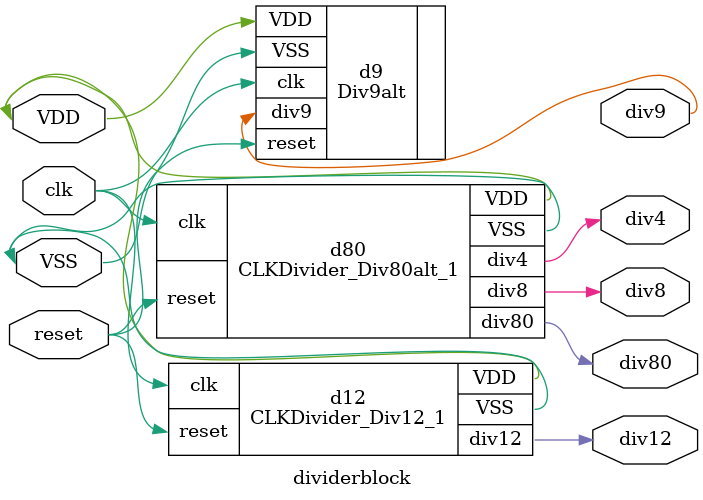
<source format=v>


module CLKDivider_Div12_1 ( reset, clk, div12, VDD, VSS );
  input reset, clk;
  output div12;
  inout VDD,  VSS;
  wire   N0, N1, N2, N3, N4, N5, N6, N7, N8, N9, N10, N11;
  wire   [2:0] count;
  tri   reset;
  tri   clk;

  \**SEQGEN**  div12_reg ( .clear(1'b0), .preset(1'b0), .next_state(N10), 
        .clocked_on(clk), .data_in(1'b0), .enable(1'b0), .Q(div12), 
        .synch_clear(1'b0), .synch_preset(1'b0), .synch_toggle(1'b0), 
        .synch_enable(N9) );
  \**SEQGEN**  count_reg_2_ ( .clear(1'b0), .preset(1'b0), .next_state(N8), 
        .clocked_on(clk), .data_in(1'b0), .enable(1'b0), .Q(count[2]), 
        .synch_clear(1'b0), .synch_preset(1'b0), .synch_toggle(1'b0), 
        .synch_enable(1'b1) );
  \**SEQGEN**  count_reg_1_ ( .clear(1'b0), .preset(1'b0), .next_state(N7), 
        .clocked_on(clk), .data_in(1'b0), .enable(1'b0), .Q(count[1]), 
        .synch_clear(1'b0), .synch_preset(1'b0), .synch_toggle(1'b0), 
        .synch_enable(1'b1) );
  \**SEQGEN**  count_reg_0_ ( .clear(1'b0), .preset(1'b0), .next_state(N6), 
        .clocked_on(clk), .data_in(1'b0), .enable(1'b0), .Q(count[0]), 
        .synch_clear(1'b0), .synch_preset(1'b0), .synch_toggle(1'b0), 
        .synch_enable(1'b1) );
  SELECT_OP C25 ( .DATA1({1'b0, 1'b0, 1'b0}), .DATA2({count[0], N2, count[1]}), 
        .CONTROL1(N0), .CONTROL2(N1), .Z({N8, N7, N6}) );
  GTECH_BUF B_0 ( .A(N3), .Z(N0) );
  GTECH_BUF B_1 ( .A(reset), .Z(N1) );
  SELECT_OP C26 ( .DATA1(1'b1), .DATA2(N4), .CONTROL1(N0), .CONTROL2(N1), .Z(
        N9) );
  SELECT_OP C27 ( .DATA1(1'b0), .DATA2(N5), .CONTROL1(N0), .CONTROL2(N1), .Z(
        N10) );
  GTECH_NOT I_0 ( .A(count[2]), .Z(N2) );
  GTECH_NOT I_1 ( .A(reset), .Z(N3) );
  GTECH_AND2 C34 ( .A(N2), .B(N11), .Z(N4) );
  GTECH_NOT I_2 ( .A(count[1]), .Z(N11) );
  GTECH_NOT I_3 ( .A(div12), .Z(N5) );
endmodule


module CLKDivider_Div80alt_1 ( reset, clk, div80, div4, div8, VDD, VSS );
  input reset, clk;
  output div80, div4, div8;
  inout VDD,  VSS;
  wire   N0, N1, N2, N3, N4, N5, N6, N7, N8, N9, N10, N11, N12, N13, N14, N15,
         N16, N17, N18, N19, N20, N21, N22, N23, N24, N25, N26, N27, N28, N29;
  wire   [2:0] count5;
  wire   [2:0] count8;
  tri   reset;
  tri   clk;

  \**SEQGEN**  div4_reg ( .clear(1'b0), .preset(1'b0), .next_state(N13), 
        .clocked_on(clk), .data_in(1'b0), .enable(1'b0), .Q(div4), 
        .synch_clear(1'b0), .synch_preset(1'b0), .synch_toggle(1'b0), 
        .synch_enable(1'b1) );
  \**SEQGEN**  div80_reg ( .clear(1'b0), .preset(1'b0), .next_state(N20), 
        .clocked_on(clk), .data_in(1'b0), .enable(1'b0), .Q(div80), 
        .synch_clear(1'b0), .synch_preset(1'b0), .synch_toggle(1'b0), 
        .synch_enable(N19) );
  \**SEQGEN**  count5_reg_2_ ( .clear(1'b0), .preset(1'b0), .next_state(N18), 
        .clocked_on(clk), .data_in(1'b0), .enable(1'b0), .Q(count5[2]), 
        .synch_clear(1'b0), .synch_preset(1'b0), .synch_toggle(1'b0), 
        .synch_enable(1'b1) );
  \**SEQGEN**  count5_reg_1_ ( .clear(1'b0), .preset(1'b0), .next_state(N17), 
        .clocked_on(clk), .data_in(1'b0), .enable(1'b0), .Q(count5[1]), 
        .synch_clear(1'b0), .synch_preset(1'b0), .synch_toggle(1'b0), 
        .synch_enable(1'b1) );
  \**SEQGEN**  count5_reg_0_ ( .clear(1'b0), .preset(1'b0), .next_state(N16), 
        .clocked_on(clk), .data_in(1'b0), .enable(1'b0), .Q(count5[0]), 
        .synch_clear(1'b0), .synch_preset(1'b0), .synch_toggle(1'b0), 
        .synch_enable(1'b1) );
  \**SEQGEN**  div8_reg ( .clear(1'b0), .preset(1'b0), .next_state(N21), 
        .clocked_on(clk), .data_in(1'b0), .enable(1'b0), .Q(div8), 
        .synch_clear(1'b0), .synch_preset(1'b0), .synch_toggle(1'b0), 
        .synch_enable(1'b1) );
  \**SEQGEN**  count8_reg_2_ ( .clear(1'b0), .preset(1'b0), .next_state(N15), 
        .clocked_on(clk), .data_in(1'b0), .enable(1'b0), .Q(count8[2]), 
        .synch_clear(1'b0), .synch_preset(1'b0), .synch_toggle(1'b0), 
        .synch_enable(1'b1) );
  \**SEQGEN**  count8_reg_1_ ( .clear(1'b0), .preset(1'b0), .next_state(N14), 
        .clocked_on(clk), .data_in(1'b0), .enable(1'b0), .Q(count8[1]), 
        .synch_clear(1'b0), .synch_preset(1'b0), .synch_toggle(1'b0), 
        .synch_enable(1'b1) );
  \**SEQGEN**  count8_reg_0_ ( .clear(1'b0), .preset(1'b0), .next_state(N13), 
        .clocked_on(clk), .data_in(1'b0), .enable(1'b0), .Q(count8[0]), 
        .synch_clear(1'b0), .synch_preset(1'b0), .synch_toggle(1'b0), 
        .synch_enable(1'b1) );
  GTECH_NOT I_0 ( .A(count5[2]), .Z(N22) );
  GTECH_OR2 C39 ( .A(count8[1]), .B(count8[2]), .Z(N23) );
  GTECH_OR2 C40 ( .A(count8[0]), .B(N23), .Z(N24) );
  GTECH_NOT I_1 ( .A(N24), .Z(N25) );
  SELECT_OP C42 ( .DATA1({1'b0, 1'b0, 1'b0}), .DATA2({N9, N10, N5}), 
        .CONTROL1(N0), .CONTROL2(N1), .Z({N15, N14, N13}) );
  GTECH_BUF B_0 ( .A(N6), .Z(N0) );
  GTECH_BUF B_1 ( .A(reset), .Z(N1) );
  SELECT_OP C43 ( .DATA1({1'b0, 1'b0, 1'b0}), .DATA2({N7, count5[0], N8}), 
        .CONTROL1(N0), .CONTROL2(N1), .Z({N18, N17, N16}) );
  SELECT_OP C44 ( .DATA1(1'b1), .DATA2(N11), .CONTROL1(N0), .CONTROL2(N1), .Z(
        N19) );
  SELECT_OP C45 ( .DATA1(1'b0), .DATA2(N12), .CONTROL1(N0), .CONTROL2(N1), .Z(
        N20) );
  SELECT_OP C46 ( .DATA1(1'b0), .DATA2(N4), .CONTROL1(N0), .CONTROL2(N1), .Z(
        N21) );
  GTECH_NOT I_2 ( .A(count5[1]), .Z(N2) );
  GTECH_AND2 C50 ( .A(count8[1]), .B(N26), .Z(N3) );
  GTECH_NOT I_3 ( .A(count8[0]), .Z(N26) );
  GTECH_NOT I_4 ( .A(count8[2]), .Z(N4) );
  GTECH_NOT I_5 ( .A(N27), .Z(N5) );
  GTECH_XOR2 C54 ( .A(count8[1]), .B(count8[2]), .Z(N27) );
  GTECH_NOT I_6 ( .A(reset), .Z(N6) );
  GTECH_OR2 C58 ( .A(N2), .B(count5[0]), .Z(N7) );
  GTECH_AND2 C59 ( .A(count5[2]), .B(N2), .Z(N8) );
  GTECH_OR2 C60 ( .A(N3), .B(N28), .Z(N9) );
  GTECH_AND2 C61 ( .A(count8[2]), .B(count8[0]), .Z(N28) );
  GTECH_OR2 C62 ( .A(N3), .B(N29), .Z(N10) );
  GTECH_AND2 C63 ( .A(N4), .B(count8[0]), .Z(N29) );
  GTECH_AND2 C64 ( .A(N22), .B(N25), .Z(N11) );
  GTECH_NOT I_7 ( .A(div80), .Z(N12) );
endmodule


module dividerblock ( reset, clk, VDD, VSS, div4, div8, div9, div12, div80 );
  input reset, clk;
  output div4, div8, div9, div12, div80;
  inout VDD,  VSS;

  tri   reset;
  tri   clk;
  tri   VDD;
  tri   VSS;
  tri   div9;

  Div9alt d9 ( .reset(reset), .clk(clk), .div9(div9), .VDD(VDD), .VSS(VSS) );
  CLKDivider_Div12_1 d12 ( .reset(reset), .clk(clk), .div12(div12), .VDD(VDD), 
        .VSS(VSS) );
  CLKDivider_Div80alt_1 d80 ( .reset(reset), .clk(clk), .div80(div80), .div4(
        div4), .div8(div8), .VDD(VDD), .VSS(VSS) );
endmodule


</source>
